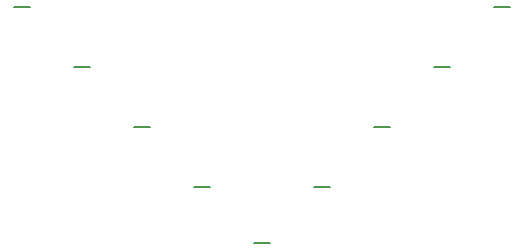
<source format=gto>
G75*
%MOIN*%
%OFA0B0*%
%FSLAX25Y25*%
%IPPOS*%
%LPD*%
%AMOC8*
5,1,8,0,0,1.08239X$1,22.5*
%
%ADD10C,0.00800*%
D10*
X0200646Y0119449D02*
X0206020Y0119449D01*
X0220646Y0138199D02*
X0226020Y0138199D01*
X0240646Y0158199D02*
X0246020Y0158199D01*
X0260646Y0178199D02*
X0266020Y0178199D01*
X0280646Y0198199D02*
X0286020Y0198199D01*
X0186020Y0138199D02*
X0180646Y0138199D01*
X0166020Y0158199D02*
X0160646Y0158199D01*
X0146020Y0178199D02*
X0140646Y0178199D01*
X0126020Y0198199D02*
X0120646Y0198199D01*
M02*

</source>
